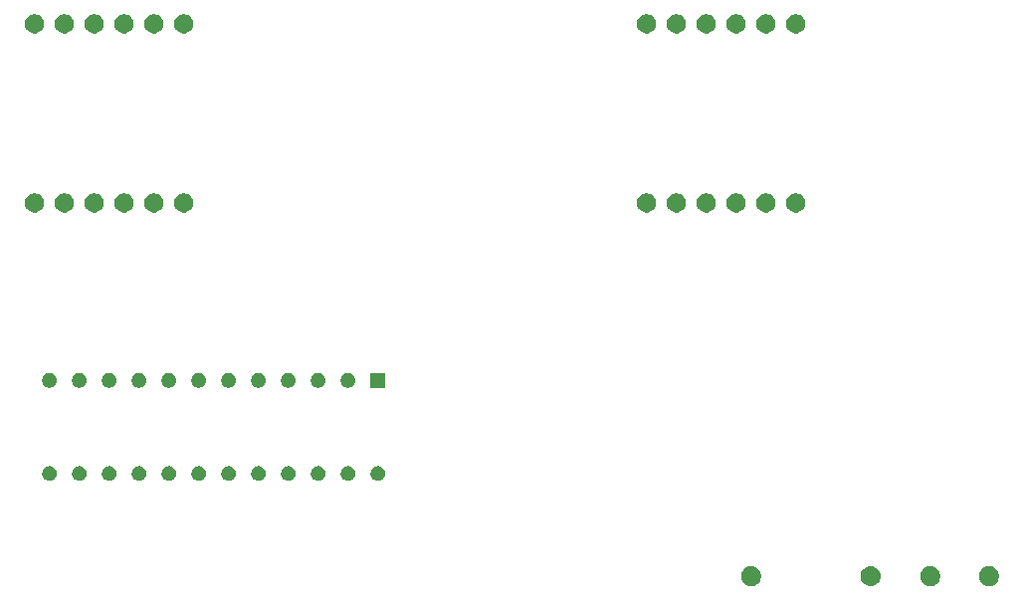
<source format=gbs>
G04 #@! TF.GenerationSoftware,KiCad,Pcbnew,(5.1.2-1)-1*
G04 #@! TF.CreationDate,2020-07-06T20:22:29+09:00*
G04 #@! TF.ProjectId,usb_7seg,7573625f-3773-4656-972e-6b696361645f,rev?*
G04 #@! TF.SameCoordinates,Original*
G04 #@! TF.FileFunction,Soldermask,Bot*
G04 #@! TF.FilePolarity,Negative*
%FSLAX46Y46*%
G04 Gerber Fmt 4.6, Leading zero omitted, Abs format (unit mm)*
G04 Created by KiCad (PCBNEW (5.1.2-1)-1) date 2020-07-06 20:22:29*
%MOMM*%
%LPD*%
G04 APERTURE LIST*
%ADD10C,0.100000*%
G04 APERTURE END LIST*
D10*
G36*
X132248228Y-81731703D02*
G01*
X132403100Y-81795853D01*
X132542481Y-81888985D01*
X132661015Y-82007519D01*
X132754147Y-82146900D01*
X132818297Y-82301772D01*
X132851000Y-82466184D01*
X132851000Y-82633816D01*
X132818297Y-82798228D01*
X132754147Y-82953100D01*
X132661015Y-83092481D01*
X132542481Y-83211015D01*
X132403100Y-83304147D01*
X132248228Y-83368297D01*
X132083816Y-83401000D01*
X131916184Y-83401000D01*
X131751772Y-83368297D01*
X131596900Y-83304147D01*
X131457519Y-83211015D01*
X131338985Y-83092481D01*
X131245853Y-82953100D01*
X131181703Y-82798228D01*
X131149000Y-82633816D01*
X131149000Y-82466184D01*
X131181703Y-82301772D01*
X131245853Y-82146900D01*
X131338985Y-82007519D01*
X131457519Y-81888985D01*
X131596900Y-81795853D01*
X131751772Y-81731703D01*
X131916184Y-81699000D01*
X132083816Y-81699000D01*
X132248228Y-81731703D01*
X132248228Y-81731703D01*
G37*
G36*
X127248228Y-81731703D02*
G01*
X127403100Y-81795853D01*
X127542481Y-81888985D01*
X127661015Y-82007519D01*
X127754147Y-82146900D01*
X127818297Y-82301772D01*
X127851000Y-82466184D01*
X127851000Y-82633816D01*
X127818297Y-82798228D01*
X127754147Y-82953100D01*
X127661015Y-83092481D01*
X127542481Y-83211015D01*
X127403100Y-83304147D01*
X127248228Y-83368297D01*
X127083816Y-83401000D01*
X126916184Y-83401000D01*
X126751772Y-83368297D01*
X126596900Y-83304147D01*
X126457519Y-83211015D01*
X126338985Y-83092481D01*
X126245853Y-82953100D01*
X126181703Y-82798228D01*
X126149000Y-82633816D01*
X126149000Y-82466184D01*
X126181703Y-82301772D01*
X126245853Y-82146900D01*
X126338985Y-82007519D01*
X126457519Y-81888985D01*
X126596900Y-81795853D01*
X126751772Y-81731703D01*
X126916184Y-81699000D01*
X127083816Y-81699000D01*
X127248228Y-81731703D01*
X127248228Y-81731703D01*
G37*
G36*
X122086823Y-81711313D02*
G01*
X122247242Y-81759976D01*
X122314361Y-81795852D01*
X122395078Y-81838996D01*
X122524659Y-81945341D01*
X122631004Y-82074922D01*
X122631005Y-82074924D01*
X122710024Y-82222758D01*
X122758687Y-82383177D01*
X122775117Y-82550000D01*
X122758687Y-82716823D01*
X122710024Y-82877242D01*
X122669477Y-82953100D01*
X122631004Y-83025078D01*
X122524659Y-83154659D01*
X122395078Y-83261004D01*
X122395076Y-83261005D01*
X122247242Y-83340024D01*
X122086823Y-83388687D01*
X121961804Y-83401000D01*
X121878196Y-83401000D01*
X121753177Y-83388687D01*
X121592758Y-83340024D01*
X121444924Y-83261005D01*
X121444922Y-83261004D01*
X121315341Y-83154659D01*
X121208996Y-83025078D01*
X121170523Y-82953100D01*
X121129976Y-82877242D01*
X121081313Y-82716823D01*
X121064883Y-82550000D01*
X121081313Y-82383177D01*
X121129976Y-82222758D01*
X121208995Y-82074924D01*
X121208996Y-82074922D01*
X121315341Y-81945341D01*
X121444922Y-81838996D01*
X121525639Y-81795852D01*
X121592758Y-81759976D01*
X121753177Y-81711313D01*
X121878196Y-81699000D01*
X121961804Y-81699000D01*
X122086823Y-81711313D01*
X122086823Y-81711313D01*
G37*
G36*
X112008228Y-81731703D02*
G01*
X112163100Y-81795853D01*
X112302481Y-81888985D01*
X112421015Y-82007519D01*
X112514147Y-82146900D01*
X112578297Y-82301772D01*
X112611000Y-82466184D01*
X112611000Y-82633816D01*
X112578297Y-82798228D01*
X112514147Y-82953100D01*
X112421015Y-83092481D01*
X112302481Y-83211015D01*
X112163100Y-83304147D01*
X112008228Y-83368297D01*
X111843816Y-83401000D01*
X111676184Y-83401000D01*
X111511772Y-83368297D01*
X111356900Y-83304147D01*
X111217519Y-83211015D01*
X111098985Y-83092481D01*
X111005853Y-82953100D01*
X110941703Y-82798228D01*
X110909000Y-82633816D01*
X110909000Y-82466184D01*
X110941703Y-82301772D01*
X111005853Y-82146900D01*
X111098985Y-82007519D01*
X111217519Y-81888985D01*
X111356900Y-81795853D01*
X111511772Y-81731703D01*
X111676184Y-81699000D01*
X111843816Y-81699000D01*
X112008228Y-81731703D01*
X112008228Y-81731703D01*
G37*
G36*
X70034056Y-73213249D02*
G01*
X70148891Y-73260815D01*
X70252239Y-73329870D01*
X70340130Y-73417761D01*
X70409185Y-73521109D01*
X70456751Y-73635944D01*
X70481000Y-73757852D01*
X70481000Y-73882148D01*
X70456751Y-74004056D01*
X70409185Y-74118891D01*
X70340130Y-74222239D01*
X70252239Y-74310130D01*
X70148891Y-74379185D01*
X70148890Y-74379186D01*
X70148889Y-74379186D01*
X70034056Y-74426751D01*
X69912149Y-74451000D01*
X69787851Y-74451000D01*
X69665944Y-74426751D01*
X69551111Y-74379186D01*
X69551110Y-74379186D01*
X69551109Y-74379185D01*
X69447761Y-74310130D01*
X69359870Y-74222239D01*
X69290815Y-74118891D01*
X69243249Y-74004056D01*
X69219000Y-73882148D01*
X69219000Y-73757852D01*
X69243249Y-73635944D01*
X69290815Y-73521109D01*
X69359870Y-73417761D01*
X69447761Y-73329870D01*
X69551109Y-73260815D01*
X69665944Y-73213249D01*
X69787851Y-73189000D01*
X69912149Y-73189000D01*
X70034056Y-73213249D01*
X70034056Y-73213249D01*
G37*
G36*
X67494056Y-73213249D02*
G01*
X67608891Y-73260815D01*
X67712239Y-73329870D01*
X67800130Y-73417761D01*
X67869185Y-73521109D01*
X67916751Y-73635944D01*
X67941000Y-73757852D01*
X67941000Y-73882148D01*
X67916751Y-74004056D01*
X67869185Y-74118891D01*
X67800130Y-74222239D01*
X67712239Y-74310130D01*
X67608891Y-74379185D01*
X67608890Y-74379186D01*
X67608889Y-74379186D01*
X67494056Y-74426751D01*
X67372149Y-74451000D01*
X67247851Y-74451000D01*
X67125944Y-74426751D01*
X67011111Y-74379186D01*
X67011110Y-74379186D01*
X67011109Y-74379185D01*
X66907761Y-74310130D01*
X66819870Y-74222239D01*
X66750815Y-74118891D01*
X66703249Y-74004056D01*
X66679000Y-73882148D01*
X66679000Y-73757852D01*
X66703249Y-73635944D01*
X66750815Y-73521109D01*
X66819870Y-73417761D01*
X66907761Y-73329870D01*
X67011109Y-73260815D01*
X67125944Y-73213249D01*
X67247851Y-73189000D01*
X67372149Y-73189000D01*
X67494056Y-73213249D01*
X67494056Y-73213249D01*
G37*
G36*
X64954056Y-73213249D02*
G01*
X65068891Y-73260815D01*
X65172239Y-73329870D01*
X65260130Y-73417761D01*
X65329185Y-73521109D01*
X65376751Y-73635944D01*
X65401000Y-73757852D01*
X65401000Y-73882148D01*
X65376751Y-74004056D01*
X65329185Y-74118891D01*
X65260130Y-74222239D01*
X65172239Y-74310130D01*
X65068891Y-74379185D01*
X65068890Y-74379186D01*
X65068889Y-74379186D01*
X64954056Y-74426751D01*
X64832149Y-74451000D01*
X64707851Y-74451000D01*
X64585944Y-74426751D01*
X64471111Y-74379186D01*
X64471110Y-74379186D01*
X64471109Y-74379185D01*
X64367761Y-74310130D01*
X64279870Y-74222239D01*
X64210815Y-74118891D01*
X64163249Y-74004056D01*
X64139000Y-73882148D01*
X64139000Y-73757852D01*
X64163249Y-73635944D01*
X64210815Y-73521109D01*
X64279870Y-73417761D01*
X64367761Y-73329870D01*
X64471109Y-73260815D01*
X64585944Y-73213249D01*
X64707851Y-73189000D01*
X64832149Y-73189000D01*
X64954056Y-73213249D01*
X64954056Y-73213249D01*
G37*
G36*
X62414056Y-73213249D02*
G01*
X62528891Y-73260815D01*
X62632239Y-73329870D01*
X62720130Y-73417761D01*
X62789185Y-73521109D01*
X62836751Y-73635944D01*
X62861000Y-73757852D01*
X62861000Y-73882148D01*
X62836751Y-74004056D01*
X62789185Y-74118891D01*
X62720130Y-74222239D01*
X62632239Y-74310130D01*
X62528891Y-74379185D01*
X62528890Y-74379186D01*
X62528889Y-74379186D01*
X62414056Y-74426751D01*
X62292149Y-74451000D01*
X62167851Y-74451000D01*
X62045944Y-74426751D01*
X61931111Y-74379186D01*
X61931110Y-74379186D01*
X61931109Y-74379185D01*
X61827761Y-74310130D01*
X61739870Y-74222239D01*
X61670815Y-74118891D01*
X61623249Y-74004056D01*
X61599000Y-73882148D01*
X61599000Y-73757852D01*
X61623249Y-73635944D01*
X61670815Y-73521109D01*
X61739870Y-73417761D01*
X61827761Y-73329870D01*
X61931109Y-73260815D01*
X62045944Y-73213249D01*
X62167851Y-73189000D01*
X62292149Y-73189000D01*
X62414056Y-73213249D01*
X62414056Y-73213249D01*
G37*
G36*
X59874056Y-73213249D02*
G01*
X59988891Y-73260815D01*
X60092239Y-73329870D01*
X60180130Y-73417761D01*
X60249185Y-73521109D01*
X60296751Y-73635944D01*
X60321000Y-73757852D01*
X60321000Y-73882148D01*
X60296751Y-74004056D01*
X60249185Y-74118891D01*
X60180130Y-74222239D01*
X60092239Y-74310130D01*
X59988891Y-74379185D01*
X59988890Y-74379186D01*
X59988889Y-74379186D01*
X59874056Y-74426751D01*
X59752149Y-74451000D01*
X59627851Y-74451000D01*
X59505944Y-74426751D01*
X59391111Y-74379186D01*
X59391110Y-74379186D01*
X59391109Y-74379185D01*
X59287761Y-74310130D01*
X59199870Y-74222239D01*
X59130815Y-74118891D01*
X59083249Y-74004056D01*
X59059000Y-73882148D01*
X59059000Y-73757852D01*
X59083249Y-73635944D01*
X59130815Y-73521109D01*
X59199870Y-73417761D01*
X59287761Y-73329870D01*
X59391109Y-73260815D01*
X59505944Y-73213249D01*
X59627851Y-73189000D01*
X59752149Y-73189000D01*
X59874056Y-73213249D01*
X59874056Y-73213249D01*
G37*
G36*
X57334056Y-73213249D02*
G01*
X57448891Y-73260815D01*
X57552239Y-73329870D01*
X57640130Y-73417761D01*
X57709185Y-73521109D01*
X57756751Y-73635944D01*
X57781000Y-73757852D01*
X57781000Y-73882148D01*
X57756751Y-74004056D01*
X57709185Y-74118891D01*
X57640130Y-74222239D01*
X57552239Y-74310130D01*
X57448891Y-74379185D01*
X57448890Y-74379186D01*
X57448889Y-74379186D01*
X57334056Y-74426751D01*
X57212149Y-74451000D01*
X57087851Y-74451000D01*
X56965944Y-74426751D01*
X56851111Y-74379186D01*
X56851110Y-74379186D01*
X56851109Y-74379185D01*
X56747761Y-74310130D01*
X56659870Y-74222239D01*
X56590815Y-74118891D01*
X56543249Y-74004056D01*
X56519000Y-73882148D01*
X56519000Y-73757852D01*
X56543249Y-73635944D01*
X56590815Y-73521109D01*
X56659870Y-73417761D01*
X56747761Y-73329870D01*
X56851109Y-73260815D01*
X56965944Y-73213249D01*
X57087851Y-73189000D01*
X57212149Y-73189000D01*
X57334056Y-73213249D01*
X57334056Y-73213249D01*
G37*
G36*
X54794056Y-73213249D02*
G01*
X54908891Y-73260815D01*
X55012239Y-73329870D01*
X55100130Y-73417761D01*
X55169185Y-73521109D01*
X55216751Y-73635944D01*
X55241000Y-73757852D01*
X55241000Y-73882148D01*
X55216751Y-74004056D01*
X55169185Y-74118891D01*
X55100130Y-74222239D01*
X55012239Y-74310130D01*
X54908891Y-74379185D01*
X54908890Y-74379186D01*
X54908889Y-74379186D01*
X54794056Y-74426751D01*
X54672149Y-74451000D01*
X54547851Y-74451000D01*
X54425944Y-74426751D01*
X54311111Y-74379186D01*
X54311110Y-74379186D01*
X54311109Y-74379185D01*
X54207761Y-74310130D01*
X54119870Y-74222239D01*
X54050815Y-74118891D01*
X54003249Y-74004056D01*
X53979000Y-73882148D01*
X53979000Y-73757852D01*
X54003249Y-73635944D01*
X54050815Y-73521109D01*
X54119870Y-73417761D01*
X54207761Y-73329870D01*
X54311109Y-73260815D01*
X54425944Y-73213249D01*
X54547851Y-73189000D01*
X54672149Y-73189000D01*
X54794056Y-73213249D01*
X54794056Y-73213249D01*
G37*
G36*
X52254056Y-73213249D02*
G01*
X52368891Y-73260815D01*
X52472239Y-73329870D01*
X52560130Y-73417761D01*
X52629185Y-73521109D01*
X52676751Y-73635944D01*
X52701000Y-73757852D01*
X52701000Y-73882148D01*
X52676751Y-74004056D01*
X52629185Y-74118891D01*
X52560130Y-74222239D01*
X52472239Y-74310130D01*
X52368891Y-74379185D01*
X52368890Y-74379186D01*
X52368889Y-74379186D01*
X52254056Y-74426751D01*
X52132149Y-74451000D01*
X52007851Y-74451000D01*
X51885944Y-74426751D01*
X51771111Y-74379186D01*
X51771110Y-74379186D01*
X51771109Y-74379185D01*
X51667761Y-74310130D01*
X51579870Y-74222239D01*
X51510815Y-74118891D01*
X51463249Y-74004056D01*
X51439000Y-73882148D01*
X51439000Y-73757852D01*
X51463249Y-73635944D01*
X51510815Y-73521109D01*
X51579870Y-73417761D01*
X51667761Y-73329870D01*
X51771109Y-73260815D01*
X51885944Y-73213249D01*
X52007851Y-73189000D01*
X52132149Y-73189000D01*
X52254056Y-73213249D01*
X52254056Y-73213249D01*
G37*
G36*
X80194056Y-73213249D02*
G01*
X80308891Y-73260815D01*
X80412239Y-73329870D01*
X80500130Y-73417761D01*
X80569185Y-73521109D01*
X80616751Y-73635944D01*
X80641000Y-73757852D01*
X80641000Y-73882148D01*
X80616751Y-74004056D01*
X80569185Y-74118891D01*
X80500130Y-74222239D01*
X80412239Y-74310130D01*
X80308891Y-74379185D01*
X80308890Y-74379186D01*
X80308889Y-74379186D01*
X80194056Y-74426751D01*
X80072149Y-74451000D01*
X79947851Y-74451000D01*
X79825944Y-74426751D01*
X79711111Y-74379186D01*
X79711110Y-74379186D01*
X79711109Y-74379185D01*
X79607761Y-74310130D01*
X79519870Y-74222239D01*
X79450815Y-74118891D01*
X79403249Y-74004056D01*
X79379000Y-73882148D01*
X79379000Y-73757852D01*
X79403249Y-73635944D01*
X79450815Y-73521109D01*
X79519870Y-73417761D01*
X79607761Y-73329870D01*
X79711109Y-73260815D01*
X79825944Y-73213249D01*
X79947851Y-73189000D01*
X80072149Y-73189000D01*
X80194056Y-73213249D01*
X80194056Y-73213249D01*
G37*
G36*
X77654056Y-73213249D02*
G01*
X77768891Y-73260815D01*
X77872239Y-73329870D01*
X77960130Y-73417761D01*
X78029185Y-73521109D01*
X78076751Y-73635944D01*
X78101000Y-73757852D01*
X78101000Y-73882148D01*
X78076751Y-74004056D01*
X78029185Y-74118891D01*
X77960130Y-74222239D01*
X77872239Y-74310130D01*
X77768891Y-74379185D01*
X77768890Y-74379186D01*
X77768889Y-74379186D01*
X77654056Y-74426751D01*
X77532149Y-74451000D01*
X77407851Y-74451000D01*
X77285944Y-74426751D01*
X77171111Y-74379186D01*
X77171110Y-74379186D01*
X77171109Y-74379185D01*
X77067761Y-74310130D01*
X76979870Y-74222239D01*
X76910815Y-74118891D01*
X76863249Y-74004056D01*
X76839000Y-73882148D01*
X76839000Y-73757852D01*
X76863249Y-73635944D01*
X76910815Y-73521109D01*
X76979870Y-73417761D01*
X77067761Y-73329870D01*
X77171109Y-73260815D01*
X77285944Y-73213249D01*
X77407851Y-73189000D01*
X77532149Y-73189000D01*
X77654056Y-73213249D01*
X77654056Y-73213249D01*
G37*
G36*
X72574056Y-73213249D02*
G01*
X72688891Y-73260815D01*
X72792239Y-73329870D01*
X72880130Y-73417761D01*
X72949185Y-73521109D01*
X72996751Y-73635944D01*
X73021000Y-73757852D01*
X73021000Y-73882148D01*
X72996751Y-74004056D01*
X72949185Y-74118891D01*
X72880130Y-74222239D01*
X72792239Y-74310130D01*
X72688891Y-74379185D01*
X72688890Y-74379186D01*
X72688889Y-74379186D01*
X72574056Y-74426751D01*
X72452149Y-74451000D01*
X72327851Y-74451000D01*
X72205944Y-74426751D01*
X72091111Y-74379186D01*
X72091110Y-74379186D01*
X72091109Y-74379185D01*
X71987761Y-74310130D01*
X71899870Y-74222239D01*
X71830815Y-74118891D01*
X71783249Y-74004056D01*
X71759000Y-73882148D01*
X71759000Y-73757852D01*
X71783249Y-73635944D01*
X71830815Y-73521109D01*
X71899870Y-73417761D01*
X71987761Y-73329870D01*
X72091109Y-73260815D01*
X72205944Y-73213249D01*
X72327851Y-73189000D01*
X72452149Y-73189000D01*
X72574056Y-73213249D01*
X72574056Y-73213249D01*
G37*
G36*
X75114056Y-73213249D02*
G01*
X75228891Y-73260815D01*
X75332239Y-73329870D01*
X75420130Y-73417761D01*
X75489185Y-73521109D01*
X75536751Y-73635944D01*
X75561000Y-73757852D01*
X75561000Y-73882148D01*
X75536751Y-74004056D01*
X75489185Y-74118891D01*
X75420130Y-74222239D01*
X75332239Y-74310130D01*
X75228891Y-74379185D01*
X75228890Y-74379186D01*
X75228889Y-74379186D01*
X75114056Y-74426751D01*
X74992149Y-74451000D01*
X74867851Y-74451000D01*
X74745944Y-74426751D01*
X74631111Y-74379186D01*
X74631110Y-74379186D01*
X74631109Y-74379185D01*
X74527761Y-74310130D01*
X74439870Y-74222239D01*
X74370815Y-74118891D01*
X74323249Y-74004056D01*
X74299000Y-73882148D01*
X74299000Y-73757852D01*
X74323249Y-73635944D01*
X74370815Y-73521109D01*
X74439870Y-73417761D01*
X74527761Y-73329870D01*
X74631109Y-73260815D01*
X74745944Y-73213249D01*
X74867851Y-73189000D01*
X74992149Y-73189000D01*
X75114056Y-73213249D01*
X75114056Y-73213249D01*
G37*
G36*
X52254056Y-65273249D02*
G01*
X52368891Y-65320815D01*
X52472239Y-65389870D01*
X52560130Y-65477761D01*
X52629185Y-65581109D01*
X52676751Y-65695944D01*
X52701000Y-65817852D01*
X52701000Y-65942148D01*
X52676751Y-66064056D01*
X52629185Y-66178891D01*
X52560130Y-66282239D01*
X52472239Y-66370130D01*
X52368891Y-66439185D01*
X52368890Y-66439186D01*
X52368889Y-66439186D01*
X52254056Y-66486751D01*
X52132149Y-66511000D01*
X52007851Y-66511000D01*
X51885944Y-66486751D01*
X51771111Y-66439186D01*
X51771110Y-66439186D01*
X51771109Y-66439185D01*
X51667761Y-66370130D01*
X51579870Y-66282239D01*
X51510815Y-66178891D01*
X51463249Y-66064056D01*
X51439000Y-65942148D01*
X51439000Y-65817852D01*
X51463249Y-65695944D01*
X51510815Y-65581109D01*
X51579870Y-65477761D01*
X51667761Y-65389870D01*
X51771109Y-65320815D01*
X51885944Y-65273249D01*
X52007851Y-65249000D01*
X52132149Y-65249000D01*
X52254056Y-65273249D01*
X52254056Y-65273249D01*
G37*
G36*
X54794056Y-65273249D02*
G01*
X54908891Y-65320815D01*
X55012239Y-65389870D01*
X55100130Y-65477761D01*
X55169185Y-65581109D01*
X55216751Y-65695944D01*
X55241000Y-65817852D01*
X55241000Y-65942148D01*
X55216751Y-66064056D01*
X55169185Y-66178891D01*
X55100130Y-66282239D01*
X55012239Y-66370130D01*
X54908891Y-66439185D01*
X54908890Y-66439186D01*
X54908889Y-66439186D01*
X54794056Y-66486751D01*
X54672149Y-66511000D01*
X54547851Y-66511000D01*
X54425944Y-66486751D01*
X54311111Y-66439186D01*
X54311110Y-66439186D01*
X54311109Y-66439185D01*
X54207761Y-66370130D01*
X54119870Y-66282239D01*
X54050815Y-66178891D01*
X54003249Y-66064056D01*
X53979000Y-65942148D01*
X53979000Y-65817852D01*
X54003249Y-65695944D01*
X54050815Y-65581109D01*
X54119870Y-65477761D01*
X54207761Y-65389870D01*
X54311109Y-65320815D01*
X54425944Y-65273249D01*
X54547851Y-65249000D01*
X54672149Y-65249000D01*
X54794056Y-65273249D01*
X54794056Y-65273249D01*
G37*
G36*
X57334056Y-65273249D02*
G01*
X57448891Y-65320815D01*
X57552239Y-65389870D01*
X57640130Y-65477761D01*
X57709185Y-65581109D01*
X57756751Y-65695944D01*
X57781000Y-65817852D01*
X57781000Y-65942148D01*
X57756751Y-66064056D01*
X57709185Y-66178891D01*
X57640130Y-66282239D01*
X57552239Y-66370130D01*
X57448891Y-66439185D01*
X57448890Y-66439186D01*
X57448889Y-66439186D01*
X57334056Y-66486751D01*
X57212149Y-66511000D01*
X57087851Y-66511000D01*
X56965944Y-66486751D01*
X56851111Y-66439186D01*
X56851110Y-66439186D01*
X56851109Y-66439185D01*
X56747761Y-66370130D01*
X56659870Y-66282239D01*
X56590815Y-66178891D01*
X56543249Y-66064056D01*
X56519000Y-65942148D01*
X56519000Y-65817852D01*
X56543249Y-65695944D01*
X56590815Y-65581109D01*
X56659870Y-65477761D01*
X56747761Y-65389870D01*
X56851109Y-65320815D01*
X56965944Y-65273249D01*
X57087851Y-65249000D01*
X57212149Y-65249000D01*
X57334056Y-65273249D01*
X57334056Y-65273249D01*
G37*
G36*
X59874056Y-65273249D02*
G01*
X59988891Y-65320815D01*
X60092239Y-65389870D01*
X60180130Y-65477761D01*
X60249185Y-65581109D01*
X60296751Y-65695944D01*
X60321000Y-65817852D01*
X60321000Y-65942148D01*
X60296751Y-66064056D01*
X60249185Y-66178891D01*
X60180130Y-66282239D01*
X60092239Y-66370130D01*
X59988891Y-66439185D01*
X59988890Y-66439186D01*
X59988889Y-66439186D01*
X59874056Y-66486751D01*
X59752149Y-66511000D01*
X59627851Y-66511000D01*
X59505944Y-66486751D01*
X59391111Y-66439186D01*
X59391110Y-66439186D01*
X59391109Y-66439185D01*
X59287761Y-66370130D01*
X59199870Y-66282239D01*
X59130815Y-66178891D01*
X59083249Y-66064056D01*
X59059000Y-65942148D01*
X59059000Y-65817852D01*
X59083249Y-65695944D01*
X59130815Y-65581109D01*
X59199870Y-65477761D01*
X59287761Y-65389870D01*
X59391109Y-65320815D01*
X59505944Y-65273249D01*
X59627851Y-65249000D01*
X59752149Y-65249000D01*
X59874056Y-65273249D01*
X59874056Y-65273249D01*
G37*
G36*
X62414056Y-65273249D02*
G01*
X62528891Y-65320815D01*
X62632239Y-65389870D01*
X62720130Y-65477761D01*
X62789185Y-65581109D01*
X62836751Y-65695944D01*
X62861000Y-65817852D01*
X62861000Y-65942148D01*
X62836751Y-66064056D01*
X62789185Y-66178891D01*
X62720130Y-66282239D01*
X62632239Y-66370130D01*
X62528891Y-66439185D01*
X62528890Y-66439186D01*
X62528889Y-66439186D01*
X62414056Y-66486751D01*
X62292149Y-66511000D01*
X62167851Y-66511000D01*
X62045944Y-66486751D01*
X61931111Y-66439186D01*
X61931110Y-66439186D01*
X61931109Y-66439185D01*
X61827761Y-66370130D01*
X61739870Y-66282239D01*
X61670815Y-66178891D01*
X61623249Y-66064056D01*
X61599000Y-65942148D01*
X61599000Y-65817852D01*
X61623249Y-65695944D01*
X61670815Y-65581109D01*
X61739870Y-65477761D01*
X61827761Y-65389870D01*
X61931109Y-65320815D01*
X62045944Y-65273249D01*
X62167851Y-65249000D01*
X62292149Y-65249000D01*
X62414056Y-65273249D01*
X62414056Y-65273249D01*
G37*
G36*
X64954056Y-65273249D02*
G01*
X65068891Y-65320815D01*
X65172239Y-65389870D01*
X65260130Y-65477761D01*
X65329185Y-65581109D01*
X65376751Y-65695944D01*
X65401000Y-65817852D01*
X65401000Y-65942148D01*
X65376751Y-66064056D01*
X65329185Y-66178891D01*
X65260130Y-66282239D01*
X65172239Y-66370130D01*
X65068891Y-66439185D01*
X65068890Y-66439186D01*
X65068889Y-66439186D01*
X64954056Y-66486751D01*
X64832149Y-66511000D01*
X64707851Y-66511000D01*
X64585944Y-66486751D01*
X64471111Y-66439186D01*
X64471110Y-66439186D01*
X64471109Y-66439185D01*
X64367761Y-66370130D01*
X64279870Y-66282239D01*
X64210815Y-66178891D01*
X64163249Y-66064056D01*
X64139000Y-65942148D01*
X64139000Y-65817852D01*
X64163249Y-65695944D01*
X64210815Y-65581109D01*
X64279870Y-65477761D01*
X64367761Y-65389870D01*
X64471109Y-65320815D01*
X64585944Y-65273249D01*
X64707851Y-65249000D01*
X64832149Y-65249000D01*
X64954056Y-65273249D01*
X64954056Y-65273249D01*
G37*
G36*
X67494056Y-65273249D02*
G01*
X67608891Y-65320815D01*
X67712239Y-65389870D01*
X67800130Y-65477761D01*
X67869185Y-65581109D01*
X67916751Y-65695944D01*
X67941000Y-65817852D01*
X67941000Y-65942148D01*
X67916751Y-66064056D01*
X67869185Y-66178891D01*
X67800130Y-66282239D01*
X67712239Y-66370130D01*
X67608891Y-66439185D01*
X67608890Y-66439186D01*
X67608889Y-66439186D01*
X67494056Y-66486751D01*
X67372149Y-66511000D01*
X67247851Y-66511000D01*
X67125944Y-66486751D01*
X67011111Y-66439186D01*
X67011110Y-66439186D01*
X67011109Y-66439185D01*
X66907761Y-66370130D01*
X66819870Y-66282239D01*
X66750815Y-66178891D01*
X66703249Y-66064056D01*
X66679000Y-65942148D01*
X66679000Y-65817852D01*
X66703249Y-65695944D01*
X66750815Y-65581109D01*
X66819870Y-65477761D01*
X66907761Y-65389870D01*
X67011109Y-65320815D01*
X67125944Y-65273249D01*
X67247851Y-65249000D01*
X67372149Y-65249000D01*
X67494056Y-65273249D01*
X67494056Y-65273249D01*
G37*
G36*
X70034056Y-65273249D02*
G01*
X70148891Y-65320815D01*
X70252239Y-65389870D01*
X70340130Y-65477761D01*
X70409185Y-65581109D01*
X70456751Y-65695944D01*
X70481000Y-65817852D01*
X70481000Y-65942148D01*
X70456751Y-66064056D01*
X70409185Y-66178891D01*
X70340130Y-66282239D01*
X70252239Y-66370130D01*
X70148891Y-66439185D01*
X70148890Y-66439186D01*
X70148889Y-66439186D01*
X70034056Y-66486751D01*
X69912149Y-66511000D01*
X69787851Y-66511000D01*
X69665944Y-66486751D01*
X69551111Y-66439186D01*
X69551110Y-66439186D01*
X69551109Y-66439185D01*
X69447761Y-66370130D01*
X69359870Y-66282239D01*
X69290815Y-66178891D01*
X69243249Y-66064056D01*
X69219000Y-65942148D01*
X69219000Y-65817852D01*
X69243249Y-65695944D01*
X69290815Y-65581109D01*
X69359870Y-65477761D01*
X69447761Y-65389870D01*
X69551109Y-65320815D01*
X69665944Y-65273249D01*
X69787851Y-65249000D01*
X69912149Y-65249000D01*
X70034056Y-65273249D01*
X70034056Y-65273249D01*
G37*
G36*
X72574056Y-65273249D02*
G01*
X72688891Y-65320815D01*
X72792239Y-65389870D01*
X72880130Y-65477761D01*
X72949185Y-65581109D01*
X72996751Y-65695944D01*
X73021000Y-65817852D01*
X73021000Y-65942148D01*
X72996751Y-66064056D01*
X72949185Y-66178891D01*
X72880130Y-66282239D01*
X72792239Y-66370130D01*
X72688891Y-66439185D01*
X72688890Y-66439186D01*
X72688889Y-66439186D01*
X72574056Y-66486751D01*
X72452149Y-66511000D01*
X72327851Y-66511000D01*
X72205944Y-66486751D01*
X72091111Y-66439186D01*
X72091110Y-66439186D01*
X72091109Y-66439185D01*
X71987761Y-66370130D01*
X71899870Y-66282239D01*
X71830815Y-66178891D01*
X71783249Y-66064056D01*
X71759000Y-65942148D01*
X71759000Y-65817852D01*
X71783249Y-65695944D01*
X71830815Y-65581109D01*
X71899870Y-65477761D01*
X71987761Y-65389870D01*
X72091109Y-65320815D01*
X72205944Y-65273249D01*
X72327851Y-65249000D01*
X72452149Y-65249000D01*
X72574056Y-65273249D01*
X72574056Y-65273249D01*
G37*
G36*
X75114056Y-65273249D02*
G01*
X75228891Y-65320815D01*
X75332239Y-65389870D01*
X75420130Y-65477761D01*
X75489185Y-65581109D01*
X75536751Y-65695944D01*
X75561000Y-65817852D01*
X75561000Y-65942148D01*
X75536751Y-66064056D01*
X75489185Y-66178891D01*
X75420130Y-66282239D01*
X75332239Y-66370130D01*
X75228891Y-66439185D01*
X75228890Y-66439186D01*
X75228889Y-66439186D01*
X75114056Y-66486751D01*
X74992149Y-66511000D01*
X74867851Y-66511000D01*
X74745944Y-66486751D01*
X74631111Y-66439186D01*
X74631110Y-66439186D01*
X74631109Y-66439185D01*
X74527761Y-66370130D01*
X74439870Y-66282239D01*
X74370815Y-66178891D01*
X74323249Y-66064056D01*
X74299000Y-65942148D01*
X74299000Y-65817852D01*
X74323249Y-65695944D01*
X74370815Y-65581109D01*
X74439870Y-65477761D01*
X74527761Y-65389870D01*
X74631109Y-65320815D01*
X74745944Y-65273249D01*
X74867851Y-65249000D01*
X74992149Y-65249000D01*
X75114056Y-65273249D01*
X75114056Y-65273249D01*
G37*
G36*
X77654056Y-65273249D02*
G01*
X77768891Y-65320815D01*
X77872239Y-65389870D01*
X77960130Y-65477761D01*
X78029185Y-65581109D01*
X78076751Y-65695944D01*
X78101000Y-65817852D01*
X78101000Y-65942148D01*
X78076751Y-66064056D01*
X78029185Y-66178891D01*
X77960130Y-66282239D01*
X77872239Y-66370130D01*
X77768891Y-66439185D01*
X77768890Y-66439186D01*
X77768889Y-66439186D01*
X77654056Y-66486751D01*
X77532149Y-66511000D01*
X77407851Y-66511000D01*
X77285944Y-66486751D01*
X77171111Y-66439186D01*
X77171110Y-66439186D01*
X77171109Y-66439185D01*
X77067761Y-66370130D01*
X76979870Y-66282239D01*
X76910815Y-66178891D01*
X76863249Y-66064056D01*
X76839000Y-65942148D01*
X76839000Y-65817852D01*
X76863249Y-65695944D01*
X76910815Y-65581109D01*
X76979870Y-65477761D01*
X77067761Y-65389870D01*
X77171109Y-65320815D01*
X77285944Y-65273249D01*
X77407851Y-65249000D01*
X77532149Y-65249000D01*
X77654056Y-65273249D01*
X77654056Y-65273249D01*
G37*
G36*
X80641000Y-66511000D02*
G01*
X79379000Y-66511000D01*
X79379000Y-65249000D01*
X80641000Y-65249000D01*
X80641000Y-66511000D01*
X80641000Y-66511000D01*
G37*
G36*
X113267142Y-50018242D02*
G01*
X113415101Y-50079529D01*
X113548255Y-50168499D01*
X113661501Y-50281745D01*
X113750471Y-50414899D01*
X113811758Y-50562858D01*
X113843000Y-50719925D01*
X113843000Y-50880075D01*
X113811758Y-51037142D01*
X113750471Y-51185101D01*
X113661501Y-51318255D01*
X113548255Y-51431501D01*
X113415101Y-51520471D01*
X113267142Y-51581758D01*
X113110075Y-51613000D01*
X112949925Y-51613000D01*
X112792858Y-51581758D01*
X112644899Y-51520471D01*
X112511745Y-51431501D01*
X112398499Y-51318255D01*
X112309529Y-51185101D01*
X112248242Y-51037142D01*
X112217000Y-50880075D01*
X112217000Y-50719925D01*
X112248242Y-50562858D01*
X112309529Y-50414899D01*
X112398499Y-50281745D01*
X112511745Y-50168499D01*
X112644899Y-50079529D01*
X112792858Y-50018242D01*
X112949925Y-49987000D01*
X113110075Y-49987000D01*
X113267142Y-50018242D01*
X113267142Y-50018242D01*
G37*
G36*
X115807142Y-50018242D02*
G01*
X115955101Y-50079529D01*
X116088255Y-50168499D01*
X116201501Y-50281745D01*
X116290471Y-50414899D01*
X116351758Y-50562858D01*
X116383000Y-50719925D01*
X116383000Y-50880075D01*
X116351758Y-51037142D01*
X116290471Y-51185101D01*
X116201501Y-51318255D01*
X116088255Y-51431501D01*
X115955101Y-51520471D01*
X115807142Y-51581758D01*
X115650075Y-51613000D01*
X115489925Y-51613000D01*
X115332858Y-51581758D01*
X115184899Y-51520471D01*
X115051745Y-51431501D01*
X114938499Y-51318255D01*
X114849529Y-51185101D01*
X114788242Y-51037142D01*
X114757000Y-50880075D01*
X114757000Y-50719925D01*
X114788242Y-50562858D01*
X114849529Y-50414899D01*
X114938499Y-50281745D01*
X115051745Y-50168499D01*
X115184899Y-50079529D01*
X115332858Y-50018242D01*
X115489925Y-49987000D01*
X115650075Y-49987000D01*
X115807142Y-50018242D01*
X115807142Y-50018242D01*
G37*
G36*
X63737142Y-50018242D02*
G01*
X63885101Y-50079529D01*
X64018255Y-50168499D01*
X64131501Y-50281745D01*
X64220471Y-50414899D01*
X64281758Y-50562858D01*
X64313000Y-50719925D01*
X64313000Y-50880075D01*
X64281758Y-51037142D01*
X64220471Y-51185101D01*
X64131501Y-51318255D01*
X64018255Y-51431501D01*
X63885101Y-51520471D01*
X63737142Y-51581758D01*
X63580075Y-51613000D01*
X63419925Y-51613000D01*
X63262858Y-51581758D01*
X63114899Y-51520471D01*
X62981745Y-51431501D01*
X62868499Y-51318255D01*
X62779529Y-51185101D01*
X62718242Y-51037142D01*
X62687000Y-50880075D01*
X62687000Y-50719925D01*
X62718242Y-50562858D01*
X62779529Y-50414899D01*
X62868499Y-50281745D01*
X62981745Y-50168499D01*
X63114899Y-50079529D01*
X63262858Y-50018242D01*
X63419925Y-49987000D01*
X63580075Y-49987000D01*
X63737142Y-50018242D01*
X63737142Y-50018242D01*
G37*
G36*
X61197142Y-50018242D02*
G01*
X61345101Y-50079529D01*
X61478255Y-50168499D01*
X61591501Y-50281745D01*
X61680471Y-50414899D01*
X61741758Y-50562858D01*
X61773000Y-50719925D01*
X61773000Y-50880075D01*
X61741758Y-51037142D01*
X61680471Y-51185101D01*
X61591501Y-51318255D01*
X61478255Y-51431501D01*
X61345101Y-51520471D01*
X61197142Y-51581758D01*
X61040075Y-51613000D01*
X60879925Y-51613000D01*
X60722858Y-51581758D01*
X60574899Y-51520471D01*
X60441745Y-51431501D01*
X60328499Y-51318255D01*
X60239529Y-51185101D01*
X60178242Y-51037142D01*
X60147000Y-50880075D01*
X60147000Y-50719925D01*
X60178242Y-50562858D01*
X60239529Y-50414899D01*
X60328499Y-50281745D01*
X60441745Y-50168499D01*
X60574899Y-50079529D01*
X60722858Y-50018242D01*
X60879925Y-49987000D01*
X61040075Y-49987000D01*
X61197142Y-50018242D01*
X61197142Y-50018242D01*
G37*
G36*
X58657142Y-50018242D02*
G01*
X58805101Y-50079529D01*
X58938255Y-50168499D01*
X59051501Y-50281745D01*
X59140471Y-50414899D01*
X59201758Y-50562858D01*
X59233000Y-50719925D01*
X59233000Y-50880075D01*
X59201758Y-51037142D01*
X59140471Y-51185101D01*
X59051501Y-51318255D01*
X58938255Y-51431501D01*
X58805101Y-51520471D01*
X58657142Y-51581758D01*
X58500075Y-51613000D01*
X58339925Y-51613000D01*
X58182858Y-51581758D01*
X58034899Y-51520471D01*
X57901745Y-51431501D01*
X57788499Y-51318255D01*
X57699529Y-51185101D01*
X57638242Y-51037142D01*
X57607000Y-50880075D01*
X57607000Y-50719925D01*
X57638242Y-50562858D01*
X57699529Y-50414899D01*
X57788499Y-50281745D01*
X57901745Y-50168499D01*
X58034899Y-50079529D01*
X58182858Y-50018242D01*
X58339925Y-49987000D01*
X58500075Y-49987000D01*
X58657142Y-50018242D01*
X58657142Y-50018242D01*
G37*
G36*
X56117142Y-50018242D02*
G01*
X56265101Y-50079529D01*
X56398255Y-50168499D01*
X56511501Y-50281745D01*
X56600471Y-50414899D01*
X56661758Y-50562858D01*
X56693000Y-50719925D01*
X56693000Y-50880075D01*
X56661758Y-51037142D01*
X56600471Y-51185101D01*
X56511501Y-51318255D01*
X56398255Y-51431501D01*
X56265101Y-51520471D01*
X56117142Y-51581758D01*
X55960075Y-51613000D01*
X55799925Y-51613000D01*
X55642858Y-51581758D01*
X55494899Y-51520471D01*
X55361745Y-51431501D01*
X55248499Y-51318255D01*
X55159529Y-51185101D01*
X55098242Y-51037142D01*
X55067000Y-50880075D01*
X55067000Y-50719925D01*
X55098242Y-50562858D01*
X55159529Y-50414899D01*
X55248499Y-50281745D01*
X55361745Y-50168499D01*
X55494899Y-50079529D01*
X55642858Y-50018242D01*
X55799925Y-49987000D01*
X55960075Y-49987000D01*
X56117142Y-50018242D01*
X56117142Y-50018242D01*
G37*
G36*
X53577142Y-50018242D02*
G01*
X53725101Y-50079529D01*
X53858255Y-50168499D01*
X53971501Y-50281745D01*
X54060471Y-50414899D01*
X54121758Y-50562858D01*
X54153000Y-50719925D01*
X54153000Y-50880075D01*
X54121758Y-51037142D01*
X54060471Y-51185101D01*
X53971501Y-51318255D01*
X53858255Y-51431501D01*
X53725101Y-51520471D01*
X53577142Y-51581758D01*
X53420075Y-51613000D01*
X53259925Y-51613000D01*
X53102858Y-51581758D01*
X52954899Y-51520471D01*
X52821745Y-51431501D01*
X52708499Y-51318255D01*
X52619529Y-51185101D01*
X52558242Y-51037142D01*
X52527000Y-50880075D01*
X52527000Y-50719925D01*
X52558242Y-50562858D01*
X52619529Y-50414899D01*
X52708499Y-50281745D01*
X52821745Y-50168499D01*
X52954899Y-50079529D01*
X53102858Y-50018242D01*
X53259925Y-49987000D01*
X53420075Y-49987000D01*
X53577142Y-50018242D01*
X53577142Y-50018242D01*
G37*
G36*
X51037142Y-50018242D02*
G01*
X51185101Y-50079529D01*
X51318255Y-50168499D01*
X51431501Y-50281745D01*
X51520471Y-50414899D01*
X51581758Y-50562858D01*
X51613000Y-50719925D01*
X51613000Y-50880075D01*
X51581758Y-51037142D01*
X51520471Y-51185101D01*
X51431501Y-51318255D01*
X51318255Y-51431501D01*
X51185101Y-51520471D01*
X51037142Y-51581758D01*
X50880075Y-51613000D01*
X50719925Y-51613000D01*
X50562858Y-51581758D01*
X50414899Y-51520471D01*
X50281745Y-51431501D01*
X50168499Y-51318255D01*
X50079529Y-51185101D01*
X50018242Y-51037142D01*
X49987000Y-50880075D01*
X49987000Y-50719925D01*
X50018242Y-50562858D01*
X50079529Y-50414899D01*
X50168499Y-50281745D01*
X50281745Y-50168499D01*
X50414899Y-50079529D01*
X50562858Y-50018242D01*
X50719925Y-49987000D01*
X50880075Y-49987000D01*
X51037142Y-50018242D01*
X51037142Y-50018242D01*
G37*
G36*
X110727142Y-50018242D02*
G01*
X110875101Y-50079529D01*
X111008255Y-50168499D01*
X111121501Y-50281745D01*
X111210471Y-50414899D01*
X111271758Y-50562858D01*
X111303000Y-50719925D01*
X111303000Y-50880075D01*
X111271758Y-51037142D01*
X111210471Y-51185101D01*
X111121501Y-51318255D01*
X111008255Y-51431501D01*
X110875101Y-51520471D01*
X110727142Y-51581758D01*
X110570075Y-51613000D01*
X110409925Y-51613000D01*
X110252858Y-51581758D01*
X110104899Y-51520471D01*
X109971745Y-51431501D01*
X109858499Y-51318255D01*
X109769529Y-51185101D01*
X109708242Y-51037142D01*
X109677000Y-50880075D01*
X109677000Y-50719925D01*
X109708242Y-50562858D01*
X109769529Y-50414899D01*
X109858499Y-50281745D01*
X109971745Y-50168499D01*
X110104899Y-50079529D01*
X110252858Y-50018242D01*
X110409925Y-49987000D01*
X110570075Y-49987000D01*
X110727142Y-50018242D01*
X110727142Y-50018242D01*
G37*
G36*
X108187142Y-50018242D02*
G01*
X108335101Y-50079529D01*
X108468255Y-50168499D01*
X108581501Y-50281745D01*
X108670471Y-50414899D01*
X108731758Y-50562858D01*
X108763000Y-50719925D01*
X108763000Y-50880075D01*
X108731758Y-51037142D01*
X108670471Y-51185101D01*
X108581501Y-51318255D01*
X108468255Y-51431501D01*
X108335101Y-51520471D01*
X108187142Y-51581758D01*
X108030075Y-51613000D01*
X107869925Y-51613000D01*
X107712858Y-51581758D01*
X107564899Y-51520471D01*
X107431745Y-51431501D01*
X107318499Y-51318255D01*
X107229529Y-51185101D01*
X107168242Y-51037142D01*
X107137000Y-50880075D01*
X107137000Y-50719925D01*
X107168242Y-50562858D01*
X107229529Y-50414899D01*
X107318499Y-50281745D01*
X107431745Y-50168499D01*
X107564899Y-50079529D01*
X107712858Y-50018242D01*
X107869925Y-49987000D01*
X108030075Y-49987000D01*
X108187142Y-50018242D01*
X108187142Y-50018242D01*
G37*
G36*
X105647142Y-50018242D02*
G01*
X105795101Y-50079529D01*
X105928255Y-50168499D01*
X106041501Y-50281745D01*
X106130471Y-50414899D01*
X106191758Y-50562858D01*
X106223000Y-50719925D01*
X106223000Y-50880075D01*
X106191758Y-51037142D01*
X106130471Y-51185101D01*
X106041501Y-51318255D01*
X105928255Y-51431501D01*
X105795101Y-51520471D01*
X105647142Y-51581758D01*
X105490075Y-51613000D01*
X105329925Y-51613000D01*
X105172858Y-51581758D01*
X105024899Y-51520471D01*
X104891745Y-51431501D01*
X104778499Y-51318255D01*
X104689529Y-51185101D01*
X104628242Y-51037142D01*
X104597000Y-50880075D01*
X104597000Y-50719925D01*
X104628242Y-50562858D01*
X104689529Y-50414899D01*
X104778499Y-50281745D01*
X104891745Y-50168499D01*
X105024899Y-50079529D01*
X105172858Y-50018242D01*
X105329925Y-49987000D01*
X105490075Y-49987000D01*
X105647142Y-50018242D01*
X105647142Y-50018242D01*
G37*
G36*
X103107142Y-50018242D02*
G01*
X103255101Y-50079529D01*
X103388255Y-50168499D01*
X103501501Y-50281745D01*
X103590471Y-50414899D01*
X103651758Y-50562858D01*
X103683000Y-50719925D01*
X103683000Y-50880075D01*
X103651758Y-51037142D01*
X103590471Y-51185101D01*
X103501501Y-51318255D01*
X103388255Y-51431501D01*
X103255101Y-51520471D01*
X103107142Y-51581758D01*
X102950075Y-51613000D01*
X102789925Y-51613000D01*
X102632858Y-51581758D01*
X102484899Y-51520471D01*
X102351745Y-51431501D01*
X102238499Y-51318255D01*
X102149529Y-51185101D01*
X102088242Y-51037142D01*
X102057000Y-50880075D01*
X102057000Y-50719925D01*
X102088242Y-50562858D01*
X102149529Y-50414899D01*
X102238499Y-50281745D01*
X102351745Y-50168499D01*
X102484899Y-50079529D01*
X102632858Y-50018242D01*
X102789925Y-49987000D01*
X102950075Y-49987000D01*
X103107142Y-50018242D01*
X103107142Y-50018242D01*
G37*
G36*
X115807142Y-34778242D02*
G01*
X115955101Y-34839529D01*
X116088255Y-34928499D01*
X116201501Y-35041745D01*
X116290471Y-35174899D01*
X116351758Y-35322858D01*
X116383000Y-35479925D01*
X116383000Y-35640075D01*
X116351758Y-35797142D01*
X116290471Y-35945101D01*
X116201501Y-36078255D01*
X116088255Y-36191501D01*
X115955101Y-36280471D01*
X115807142Y-36341758D01*
X115650075Y-36373000D01*
X115489925Y-36373000D01*
X115332858Y-36341758D01*
X115184899Y-36280471D01*
X115051745Y-36191501D01*
X114938499Y-36078255D01*
X114849529Y-35945101D01*
X114788242Y-35797142D01*
X114757000Y-35640075D01*
X114757000Y-35479925D01*
X114788242Y-35322858D01*
X114849529Y-35174899D01*
X114938499Y-35041745D01*
X115051745Y-34928499D01*
X115184899Y-34839529D01*
X115332858Y-34778242D01*
X115489925Y-34747000D01*
X115650075Y-34747000D01*
X115807142Y-34778242D01*
X115807142Y-34778242D01*
G37*
G36*
X113267142Y-34778242D02*
G01*
X113415101Y-34839529D01*
X113548255Y-34928499D01*
X113661501Y-35041745D01*
X113750471Y-35174899D01*
X113811758Y-35322858D01*
X113843000Y-35479925D01*
X113843000Y-35640075D01*
X113811758Y-35797142D01*
X113750471Y-35945101D01*
X113661501Y-36078255D01*
X113548255Y-36191501D01*
X113415101Y-36280471D01*
X113267142Y-36341758D01*
X113110075Y-36373000D01*
X112949925Y-36373000D01*
X112792858Y-36341758D01*
X112644899Y-36280471D01*
X112511745Y-36191501D01*
X112398499Y-36078255D01*
X112309529Y-35945101D01*
X112248242Y-35797142D01*
X112217000Y-35640075D01*
X112217000Y-35479925D01*
X112248242Y-35322858D01*
X112309529Y-35174899D01*
X112398499Y-35041745D01*
X112511745Y-34928499D01*
X112644899Y-34839529D01*
X112792858Y-34778242D01*
X112949925Y-34747000D01*
X113110075Y-34747000D01*
X113267142Y-34778242D01*
X113267142Y-34778242D01*
G37*
G36*
X110727142Y-34778242D02*
G01*
X110875101Y-34839529D01*
X111008255Y-34928499D01*
X111121501Y-35041745D01*
X111210471Y-35174899D01*
X111271758Y-35322858D01*
X111303000Y-35479925D01*
X111303000Y-35640075D01*
X111271758Y-35797142D01*
X111210471Y-35945101D01*
X111121501Y-36078255D01*
X111008255Y-36191501D01*
X110875101Y-36280471D01*
X110727142Y-36341758D01*
X110570075Y-36373000D01*
X110409925Y-36373000D01*
X110252858Y-36341758D01*
X110104899Y-36280471D01*
X109971745Y-36191501D01*
X109858499Y-36078255D01*
X109769529Y-35945101D01*
X109708242Y-35797142D01*
X109677000Y-35640075D01*
X109677000Y-35479925D01*
X109708242Y-35322858D01*
X109769529Y-35174899D01*
X109858499Y-35041745D01*
X109971745Y-34928499D01*
X110104899Y-34839529D01*
X110252858Y-34778242D01*
X110409925Y-34747000D01*
X110570075Y-34747000D01*
X110727142Y-34778242D01*
X110727142Y-34778242D01*
G37*
G36*
X108187142Y-34778242D02*
G01*
X108335101Y-34839529D01*
X108468255Y-34928499D01*
X108581501Y-35041745D01*
X108670471Y-35174899D01*
X108731758Y-35322858D01*
X108763000Y-35479925D01*
X108763000Y-35640075D01*
X108731758Y-35797142D01*
X108670471Y-35945101D01*
X108581501Y-36078255D01*
X108468255Y-36191501D01*
X108335101Y-36280471D01*
X108187142Y-36341758D01*
X108030075Y-36373000D01*
X107869925Y-36373000D01*
X107712858Y-36341758D01*
X107564899Y-36280471D01*
X107431745Y-36191501D01*
X107318499Y-36078255D01*
X107229529Y-35945101D01*
X107168242Y-35797142D01*
X107137000Y-35640075D01*
X107137000Y-35479925D01*
X107168242Y-35322858D01*
X107229529Y-35174899D01*
X107318499Y-35041745D01*
X107431745Y-34928499D01*
X107564899Y-34839529D01*
X107712858Y-34778242D01*
X107869925Y-34747000D01*
X108030075Y-34747000D01*
X108187142Y-34778242D01*
X108187142Y-34778242D01*
G37*
G36*
X105647142Y-34778242D02*
G01*
X105795101Y-34839529D01*
X105928255Y-34928499D01*
X106041501Y-35041745D01*
X106130471Y-35174899D01*
X106191758Y-35322858D01*
X106223000Y-35479925D01*
X106223000Y-35640075D01*
X106191758Y-35797142D01*
X106130471Y-35945101D01*
X106041501Y-36078255D01*
X105928255Y-36191501D01*
X105795101Y-36280471D01*
X105647142Y-36341758D01*
X105490075Y-36373000D01*
X105329925Y-36373000D01*
X105172858Y-36341758D01*
X105024899Y-36280471D01*
X104891745Y-36191501D01*
X104778499Y-36078255D01*
X104689529Y-35945101D01*
X104628242Y-35797142D01*
X104597000Y-35640075D01*
X104597000Y-35479925D01*
X104628242Y-35322858D01*
X104689529Y-35174899D01*
X104778499Y-35041745D01*
X104891745Y-34928499D01*
X105024899Y-34839529D01*
X105172858Y-34778242D01*
X105329925Y-34747000D01*
X105490075Y-34747000D01*
X105647142Y-34778242D01*
X105647142Y-34778242D01*
G37*
G36*
X103107142Y-34778242D02*
G01*
X103255101Y-34839529D01*
X103388255Y-34928499D01*
X103501501Y-35041745D01*
X103590471Y-35174899D01*
X103651758Y-35322858D01*
X103683000Y-35479925D01*
X103683000Y-35640075D01*
X103651758Y-35797142D01*
X103590471Y-35945101D01*
X103501501Y-36078255D01*
X103388255Y-36191501D01*
X103255101Y-36280471D01*
X103107142Y-36341758D01*
X102950075Y-36373000D01*
X102789925Y-36373000D01*
X102632858Y-36341758D01*
X102484899Y-36280471D01*
X102351745Y-36191501D01*
X102238499Y-36078255D01*
X102149529Y-35945101D01*
X102088242Y-35797142D01*
X102057000Y-35640075D01*
X102057000Y-35479925D01*
X102088242Y-35322858D01*
X102149529Y-35174899D01*
X102238499Y-35041745D01*
X102351745Y-34928499D01*
X102484899Y-34839529D01*
X102632858Y-34778242D01*
X102789925Y-34747000D01*
X102950075Y-34747000D01*
X103107142Y-34778242D01*
X103107142Y-34778242D01*
G37*
G36*
X63737142Y-34778242D02*
G01*
X63885101Y-34839529D01*
X64018255Y-34928499D01*
X64131501Y-35041745D01*
X64220471Y-35174899D01*
X64281758Y-35322858D01*
X64313000Y-35479925D01*
X64313000Y-35640075D01*
X64281758Y-35797142D01*
X64220471Y-35945101D01*
X64131501Y-36078255D01*
X64018255Y-36191501D01*
X63885101Y-36280471D01*
X63737142Y-36341758D01*
X63580075Y-36373000D01*
X63419925Y-36373000D01*
X63262858Y-36341758D01*
X63114899Y-36280471D01*
X62981745Y-36191501D01*
X62868499Y-36078255D01*
X62779529Y-35945101D01*
X62718242Y-35797142D01*
X62687000Y-35640075D01*
X62687000Y-35479925D01*
X62718242Y-35322858D01*
X62779529Y-35174899D01*
X62868499Y-35041745D01*
X62981745Y-34928499D01*
X63114899Y-34839529D01*
X63262858Y-34778242D01*
X63419925Y-34747000D01*
X63580075Y-34747000D01*
X63737142Y-34778242D01*
X63737142Y-34778242D01*
G37*
G36*
X61197142Y-34778242D02*
G01*
X61345101Y-34839529D01*
X61478255Y-34928499D01*
X61591501Y-35041745D01*
X61680471Y-35174899D01*
X61741758Y-35322858D01*
X61773000Y-35479925D01*
X61773000Y-35640075D01*
X61741758Y-35797142D01*
X61680471Y-35945101D01*
X61591501Y-36078255D01*
X61478255Y-36191501D01*
X61345101Y-36280471D01*
X61197142Y-36341758D01*
X61040075Y-36373000D01*
X60879925Y-36373000D01*
X60722858Y-36341758D01*
X60574899Y-36280471D01*
X60441745Y-36191501D01*
X60328499Y-36078255D01*
X60239529Y-35945101D01*
X60178242Y-35797142D01*
X60147000Y-35640075D01*
X60147000Y-35479925D01*
X60178242Y-35322858D01*
X60239529Y-35174899D01*
X60328499Y-35041745D01*
X60441745Y-34928499D01*
X60574899Y-34839529D01*
X60722858Y-34778242D01*
X60879925Y-34747000D01*
X61040075Y-34747000D01*
X61197142Y-34778242D01*
X61197142Y-34778242D01*
G37*
G36*
X58657142Y-34778242D02*
G01*
X58805101Y-34839529D01*
X58938255Y-34928499D01*
X59051501Y-35041745D01*
X59140471Y-35174899D01*
X59201758Y-35322858D01*
X59233000Y-35479925D01*
X59233000Y-35640075D01*
X59201758Y-35797142D01*
X59140471Y-35945101D01*
X59051501Y-36078255D01*
X58938255Y-36191501D01*
X58805101Y-36280471D01*
X58657142Y-36341758D01*
X58500075Y-36373000D01*
X58339925Y-36373000D01*
X58182858Y-36341758D01*
X58034899Y-36280471D01*
X57901745Y-36191501D01*
X57788499Y-36078255D01*
X57699529Y-35945101D01*
X57638242Y-35797142D01*
X57607000Y-35640075D01*
X57607000Y-35479925D01*
X57638242Y-35322858D01*
X57699529Y-35174899D01*
X57788499Y-35041745D01*
X57901745Y-34928499D01*
X58034899Y-34839529D01*
X58182858Y-34778242D01*
X58339925Y-34747000D01*
X58500075Y-34747000D01*
X58657142Y-34778242D01*
X58657142Y-34778242D01*
G37*
G36*
X56117142Y-34778242D02*
G01*
X56265101Y-34839529D01*
X56398255Y-34928499D01*
X56511501Y-35041745D01*
X56600471Y-35174899D01*
X56661758Y-35322858D01*
X56693000Y-35479925D01*
X56693000Y-35640075D01*
X56661758Y-35797142D01*
X56600471Y-35945101D01*
X56511501Y-36078255D01*
X56398255Y-36191501D01*
X56265101Y-36280471D01*
X56117142Y-36341758D01*
X55960075Y-36373000D01*
X55799925Y-36373000D01*
X55642858Y-36341758D01*
X55494899Y-36280471D01*
X55361745Y-36191501D01*
X55248499Y-36078255D01*
X55159529Y-35945101D01*
X55098242Y-35797142D01*
X55067000Y-35640075D01*
X55067000Y-35479925D01*
X55098242Y-35322858D01*
X55159529Y-35174899D01*
X55248499Y-35041745D01*
X55361745Y-34928499D01*
X55494899Y-34839529D01*
X55642858Y-34778242D01*
X55799925Y-34747000D01*
X55960075Y-34747000D01*
X56117142Y-34778242D01*
X56117142Y-34778242D01*
G37*
G36*
X53577142Y-34778242D02*
G01*
X53725101Y-34839529D01*
X53858255Y-34928499D01*
X53971501Y-35041745D01*
X54060471Y-35174899D01*
X54121758Y-35322858D01*
X54153000Y-35479925D01*
X54153000Y-35640075D01*
X54121758Y-35797142D01*
X54060471Y-35945101D01*
X53971501Y-36078255D01*
X53858255Y-36191501D01*
X53725101Y-36280471D01*
X53577142Y-36341758D01*
X53420075Y-36373000D01*
X53259925Y-36373000D01*
X53102858Y-36341758D01*
X52954899Y-36280471D01*
X52821745Y-36191501D01*
X52708499Y-36078255D01*
X52619529Y-35945101D01*
X52558242Y-35797142D01*
X52527000Y-35640075D01*
X52527000Y-35479925D01*
X52558242Y-35322858D01*
X52619529Y-35174899D01*
X52708499Y-35041745D01*
X52821745Y-34928499D01*
X52954899Y-34839529D01*
X53102858Y-34778242D01*
X53259925Y-34747000D01*
X53420075Y-34747000D01*
X53577142Y-34778242D01*
X53577142Y-34778242D01*
G37*
G36*
X51037142Y-34778242D02*
G01*
X51185101Y-34839529D01*
X51318255Y-34928499D01*
X51431501Y-35041745D01*
X51520471Y-35174899D01*
X51581758Y-35322858D01*
X51613000Y-35479925D01*
X51613000Y-35640075D01*
X51581758Y-35797142D01*
X51520471Y-35945101D01*
X51431501Y-36078255D01*
X51318255Y-36191501D01*
X51185101Y-36280471D01*
X51037142Y-36341758D01*
X50880075Y-36373000D01*
X50719925Y-36373000D01*
X50562858Y-36341758D01*
X50414899Y-36280471D01*
X50281745Y-36191501D01*
X50168499Y-36078255D01*
X50079529Y-35945101D01*
X50018242Y-35797142D01*
X49987000Y-35640075D01*
X49987000Y-35479925D01*
X50018242Y-35322858D01*
X50079529Y-35174899D01*
X50168499Y-35041745D01*
X50281745Y-34928499D01*
X50414899Y-34839529D01*
X50562858Y-34778242D01*
X50719925Y-34747000D01*
X50880075Y-34747000D01*
X51037142Y-34778242D01*
X51037142Y-34778242D01*
G37*
M02*

</source>
